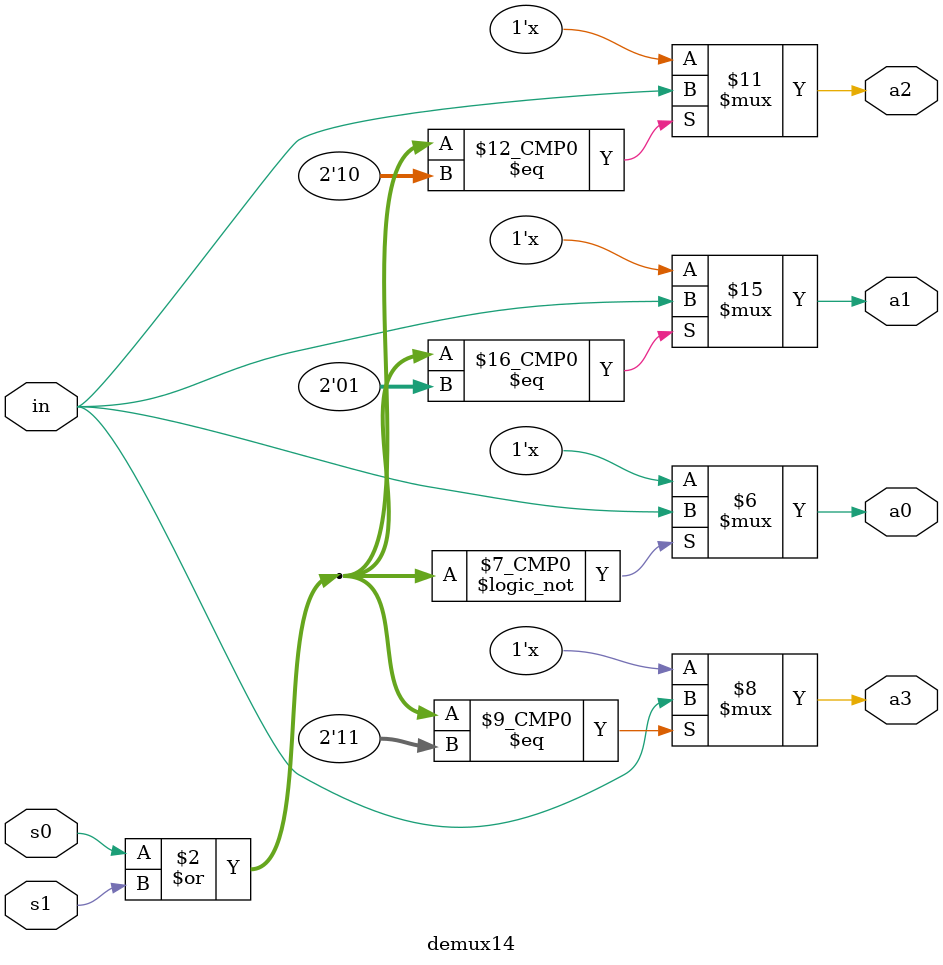
<source format=v>
module demux14(in,s0,s1,a0,a1,a2,a3);
    input wire in;
    input wire s0,s1;
    output reg a0,a1,a2,a3;

    always @(in or s0 or s1)
    begin
        case (s0 | s1)
            2'b00 : a0=in;
            2'b01 : a1=in;
            2'b10 : a2=in;
            2'b11 : a3=in; 
        endcase
    end

endmodule
</source>
